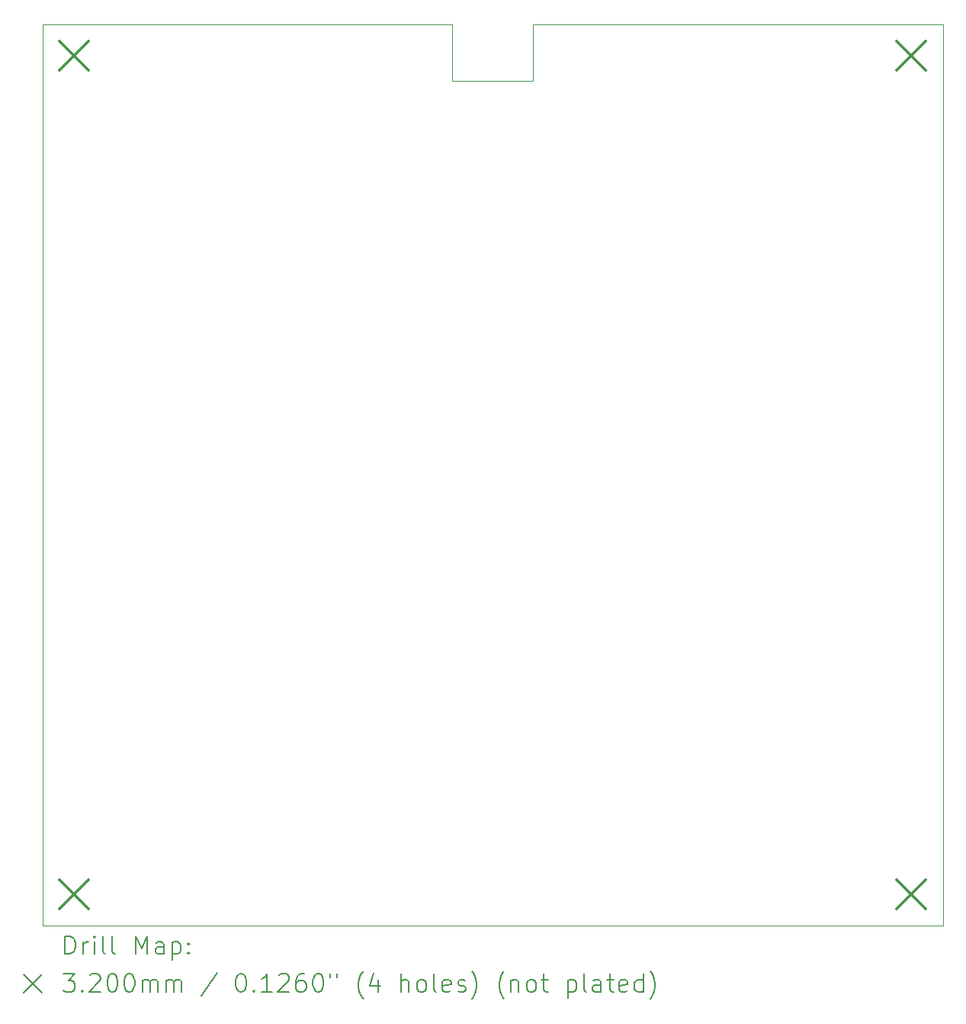
<source format=gbr>
%FSLAX45Y45*%
G04 Gerber Fmt 4.5, Leading zero omitted, Abs format (unit mm)*
G04 Created by KiCad (PCBNEW (6.0.5)) date 2022-06-26 21:28:53*
%MOMM*%
%LPD*%
G01*
G04 APERTURE LIST*
%TA.AperFunction,Profile*%
%ADD10C,0.100000*%
%TD*%
%ADD11C,0.200000*%
%ADD12C,0.320000*%
G04 APERTURE END LIST*
D10*
X24000000Y-3800000D02*
X24000000Y-13800000D01*
X24000000Y-13800000D02*
X14000000Y-13800000D01*
X14000000Y-13800000D02*
X14000000Y-3800000D01*
X19450000Y-3800000D02*
X19450000Y-4430000D01*
X18550000Y-3800000D02*
X14000000Y-3800000D01*
X19450000Y-3800000D02*
X24000000Y-3800000D01*
X19450000Y-4430000D02*
X18550000Y-4430000D01*
X18550000Y-4430000D02*
X18550000Y-3800000D01*
D11*
D12*
X14190000Y-3990000D02*
X14510000Y-4310000D01*
X14510000Y-3990000D02*
X14190000Y-4310000D01*
X14190000Y-13290000D02*
X14510000Y-13610000D01*
X14510000Y-13290000D02*
X14190000Y-13610000D01*
X23490000Y-3990000D02*
X23810000Y-4310000D01*
X23810000Y-3990000D02*
X23490000Y-4310000D01*
X23490000Y-13290000D02*
X23810000Y-13610000D01*
X23810000Y-13290000D02*
X23490000Y-13610000D01*
D11*
X14252619Y-14115476D02*
X14252619Y-13915476D01*
X14300238Y-13915476D01*
X14328809Y-13925000D01*
X14347857Y-13944048D01*
X14357381Y-13963095D01*
X14366905Y-14001190D01*
X14366905Y-14029762D01*
X14357381Y-14067857D01*
X14347857Y-14086905D01*
X14328809Y-14105952D01*
X14300238Y-14115476D01*
X14252619Y-14115476D01*
X14452619Y-14115476D02*
X14452619Y-13982143D01*
X14452619Y-14020238D02*
X14462143Y-14001190D01*
X14471667Y-13991667D01*
X14490714Y-13982143D01*
X14509762Y-13982143D01*
X14576428Y-14115476D02*
X14576428Y-13982143D01*
X14576428Y-13915476D02*
X14566905Y-13925000D01*
X14576428Y-13934524D01*
X14585952Y-13925000D01*
X14576428Y-13915476D01*
X14576428Y-13934524D01*
X14700238Y-14115476D02*
X14681190Y-14105952D01*
X14671667Y-14086905D01*
X14671667Y-13915476D01*
X14805000Y-14115476D02*
X14785952Y-14105952D01*
X14776428Y-14086905D01*
X14776428Y-13915476D01*
X15033571Y-14115476D02*
X15033571Y-13915476D01*
X15100238Y-14058333D01*
X15166905Y-13915476D01*
X15166905Y-14115476D01*
X15347857Y-14115476D02*
X15347857Y-14010714D01*
X15338333Y-13991667D01*
X15319286Y-13982143D01*
X15281190Y-13982143D01*
X15262143Y-13991667D01*
X15347857Y-14105952D02*
X15328809Y-14115476D01*
X15281190Y-14115476D01*
X15262143Y-14105952D01*
X15252619Y-14086905D01*
X15252619Y-14067857D01*
X15262143Y-14048809D01*
X15281190Y-14039286D01*
X15328809Y-14039286D01*
X15347857Y-14029762D01*
X15443095Y-13982143D02*
X15443095Y-14182143D01*
X15443095Y-13991667D02*
X15462143Y-13982143D01*
X15500238Y-13982143D01*
X15519286Y-13991667D01*
X15528809Y-14001190D01*
X15538333Y-14020238D01*
X15538333Y-14077381D01*
X15528809Y-14096428D01*
X15519286Y-14105952D01*
X15500238Y-14115476D01*
X15462143Y-14115476D01*
X15443095Y-14105952D01*
X15624048Y-14096428D02*
X15633571Y-14105952D01*
X15624048Y-14115476D01*
X15614524Y-14105952D01*
X15624048Y-14096428D01*
X15624048Y-14115476D01*
X15624048Y-13991667D02*
X15633571Y-14001190D01*
X15624048Y-14010714D01*
X15614524Y-14001190D01*
X15624048Y-13991667D01*
X15624048Y-14010714D01*
X13795000Y-14345000D02*
X13995000Y-14545000D01*
X13995000Y-14345000D02*
X13795000Y-14545000D01*
X14233571Y-14335476D02*
X14357381Y-14335476D01*
X14290714Y-14411667D01*
X14319286Y-14411667D01*
X14338333Y-14421190D01*
X14347857Y-14430714D01*
X14357381Y-14449762D01*
X14357381Y-14497381D01*
X14347857Y-14516428D01*
X14338333Y-14525952D01*
X14319286Y-14535476D01*
X14262143Y-14535476D01*
X14243095Y-14525952D01*
X14233571Y-14516428D01*
X14443095Y-14516428D02*
X14452619Y-14525952D01*
X14443095Y-14535476D01*
X14433571Y-14525952D01*
X14443095Y-14516428D01*
X14443095Y-14535476D01*
X14528809Y-14354524D02*
X14538333Y-14345000D01*
X14557381Y-14335476D01*
X14605000Y-14335476D01*
X14624048Y-14345000D01*
X14633571Y-14354524D01*
X14643095Y-14373571D01*
X14643095Y-14392619D01*
X14633571Y-14421190D01*
X14519286Y-14535476D01*
X14643095Y-14535476D01*
X14766905Y-14335476D02*
X14785952Y-14335476D01*
X14805000Y-14345000D01*
X14814524Y-14354524D01*
X14824048Y-14373571D01*
X14833571Y-14411667D01*
X14833571Y-14459286D01*
X14824048Y-14497381D01*
X14814524Y-14516428D01*
X14805000Y-14525952D01*
X14785952Y-14535476D01*
X14766905Y-14535476D01*
X14747857Y-14525952D01*
X14738333Y-14516428D01*
X14728809Y-14497381D01*
X14719286Y-14459286D01*
X14719286Y-14411667D01*
X14728809Y-14373571D01*
X14738333Y-14354524D01*
X14747857Y-14345000D01*
X14766905Y-14335476D01*
X14957381Y-14335476D02*
X14976428Y-14335476D01*
X14995476Y-14345000D01*
X15005000Y-14354524D01*
X15014524Y-14373571D01*
X15024048Y-14411667D01*
X15024048Y-14459286D01*
X15014524Y-14497381D01*
X15005000Y-14516428D01*
X14995476Y-14525952D01*
X14976428Y-14535476D01*
X14957381Y-14535476D01*
X14938333Y-14525952D01*
X14928809Y-14516428D01*
X14919286Y-14497381D01*
X14909762Y-14459286D01*
X14909762Y-14411667D01*
X14919286Y-14373571D01*
X14928809Y-14354524D01*
X14938333Y-14345000D01*
X14957381Y-14335476D01*
X15109762Y-14535476D02*
X15109762Y-14402143D01*
X15109762Y-14421190D02*
X15119286Y-14411667D01*
X15138333Y-14402143D01*
X15166905Y-14402143D01*
X15185952Y-14411667D01*
X15195476Y-14430714D01*
X15195476Y-14535476D01*
X15195476Y-14430714D02*
X15205000Y-14411667D01*
X15224048Y-14402143D01*
X15252619Y-14402143D01*
X15271667Y-14411667D01*
X15281190Y-14430714D01*
X15281190Y-14535476D01*
X15376428Y-14535476D02*
X15376428Y-14402143D01*
X15376428Y-14421190D02*
X15385952Y-14411667D01*
X15405000Y-14402143D01*
X15433571Y-14402143D01*
X15452619Y-14411667D01*
X15462143Y-14430714D01*
X15462143Y-14535476D01*
X15462143Y-14430714D02*
X15471667Y-14411667D01*
X15490714Y-14402143D01*
X15519286Y-14402143D01*
X15538333Y-14411667D01*
X15547857Y-14430714D01*
X15547857Y-14535476D01*
X15938333Y-14325952D02*
X15766905Y-14583095D01*
X16195476Y-14335476D02*
X16214524Y-14335476D01*
X16233571Y-14345000D01*
X16243095Y-14354524D01*
X16252619Y-14373571D01*
X16262143Y-14411667D01*
X16262143Y-14459286D01*
X16252619Y-14497381D01*
X16243095Y-14516428D01*
X16233571Y-14525952D01*
X16214524Y-14535476D01*
X16195476Y-14535476D01*
X16176428Y-14525952D01*
X16166905Y-14516428D01*
X16157381Y-14497381D01*
X16147857Y-14459286D01*
X16147857Y-14411667D01*
X16157381Y-14373571D01*
X16166905Y-14354524D01*
X16176428Y-14345000D01*
X16195476Y-14335476D01*
X16347857Y-14516428D02*
X16357381Y-14525952D01*
X16347857Y-14535476D01*
X16338333Y-14525952D01*
X16347857Y-14516428D01*
X16347857Y-14535476D01*
X16547857Y-14535476D02*
X16433571Y-14535476D01*
X16490714Y-14535476D02*
X16490714Y-14335476D01*
X16471667Y-14364048D01*
X16452619Y-14383095D01*
X16433571Y-14392619D01*
X16624048Y-14354524D02*
X16633571Y-14345000D01*
X16652619Y-14335476D01*
X16700238Y-14335476D01*
X16719286Y-14345000D01*
X16728809Y-14354524D01*
X16738333Y-14373571D01*
X16738333Y-14392619D01*
X16728809Y-14421190D01*
X16614524Y-14535476D01*
X16738333Y-14535476D01*
X16909762Y-14335476D02*
X16871667Y-14335476D01*
X16852619Y-14345000D01*
X16843095Y-14354524D01*
X16824048Y-14383095D01*
X16814524Y-14421190D01*
X16814524Y-14497381D01*
X16824048Y-14516428D01*
X16833571Y-14525952D01*
X16852619Y-14535476D01*
X16890714Y-14535476D01*
X16909762Y-14525952D01*
X16919286Y-14516428D01*
X16928810Y-14497381D01*
X16928810Y-14449762D01*
X16919286Y-14430714D01*
X16909762Y-14421190D01*
X16890714Y-14411667D01*
X16852619Y-14411667D01*
X16833571Y-14421190D01*
X16824048Y-14430714D01*
X16814524Y-14449762D01*
X17052619Y-14335476D02*
X17071667Y-14335476D01*
X17090714Y-14345000D01*
X17100238Y-14354524D01*
X17109762Y-14373571D01*
X17119286Y-14411667D01*
X17119286Y-14459286D01*
X17109762Y-14497381D01*
X17100238Y-14516428D01*
X17090714Y-14525952D01*
X17071667Y-14535476D01*
X17052619Y-14535476D01*
X17033571Y-14525952D01*
X17024048Y-14516428D01*
X17014524Y-14497381D01*
X17005000Y-14459286D01*
X17005000Y-14411667D01*
X17014524Y-14373571D01*
X17024048Y-14354524D01*
X17033571Y-14345000D01*
X17052619Y-14335476D01*
X17195476Y-14335476D02*
X17195476Y-14373571D01*
X17271667Y-14335476D02*
X17271667Y-14373571D01*
X17566905Y-14611667D02*
X17557381Y-14602143D01*
X17538333Y-14573571D01*
X17528810Y-14554524D01*
X17519286Y-14525952D01*
X17509762Y-14478333D01*
X17509762Y-14440238D01*
X17519286Y-14392619D01*
X17528810Y-14364048D01*
X17538333Y-14345000D01*
X17557381Y-14316428D01*
X17566905Y-14306905D01*
X17728810Y-14402143D02*
X17728810Y-14535476D01*
X17681190Y-14325952D02*
X17633571Y-14468809D01*
X17757381Y-14468809D01*
X17985952Y-14535476D02*
X17985952Y-14335476D01*
X18071667Y-14535476D02*
X18071667Y-14430714D01*
X18062143Y-14411667D01*
X18043095Y-14402143D01*
X18014524Y-14402143D01*
X17995476Y-14411667D01*
X17985952Y-14421190D01*
X18195476Y-14535476D02*
X18176429Y-14525952D01*
X18166905Y-14516428D01*
X18157381Y-14497381D01*
X18157381Y-14440238D01*
X18166905Y-14421190D01*
X18176429Y-14411667D01*
X18195476Y-14402143D01*
X18224048Y-14402143D01*
X18243095Y-14411667D01*
X18252619Y-14421190D01*
X18262143Y-14440238D01*
X18262143Y-14497381D01*
X18252619Y-14516428D01*
X18243095Y-14525952D01*
X18224048Y-14535476D01*
X18195476Y-14535476D01*
X18376429Y-14535476D02*
X18357381Y-14525952D01*
X18347857Y-14506905D01*
X18347857Y-14335476D01*
X18528810Y-14525952D02*
X18509762Y-14535476D01*
X18471667Y-14535476D01*
X18452619Y-14525952D01*
X18443095Y-14506905D01*
X18443095Y-14430714D01*
X18452619Y-14411667D01*
X18471667Y-14402143D01*
X18509762Y-14402143D01*
X18528810Y-14411667D01*
X18538333Y-14430714D01*
X18538333Y-14449762D01*
X18443095Y-14468809D01*
X18614524Y-14525952D02*
X18633571Y-14535476D01*
X18671667Y-14535476D01*
X18690714Y-14525952D01*
X18700238Y-14506905D01*
X18700238Y-14497381D01*
X18690714Y-14478333D01*
X18671667Y-14468809D01*
X18643095Y-14468809D01*
X18624048Y-14459286D01*
X18614524Y-14440238D01*
X18614524Y-14430714D01*
X18624048Y-14411667D01*
X18643095Y-14402143D01*
X18671667Y-14402143D01*
X18690714Y-14411667D01*
X18766905Y-14611667D02*
X18776429Y-14602143D01*
X18795476Y-14573571D01*
X18805000Y-14554524D01*
X18814524Y-14525952D01*
X18824048Y-14478333D01*
X18824048Y-14440238D01*
X18814524Y-14392619D01*
X18805000Y-14364048D01*
X18795476Y-14345000D01*
X18776429Y-14316428D01*
X18766905Y-14306905D01*
X19128810Y-14611667D02*
X19119286Y-14602143D01*
X19100238Y-14573571D01*
X19090714Y-14554524D01*
X19081190Y-14525952D01*
X19071667Y-14478333D01*
X19071667Y-14440238D01*
X19081190Y-14392619D01*
X19090714Y-14364048D01*
X19100238Y-14345000D01*
X19119286Y-14316428D01*
X19128810Y-14306905D01*
X19205000Y-14402143D02*
X19205000Y-14535476D01*
X19205000Y-14421190D02*
X19214524Y-14411667D01*
X19233571Y-14402143D01*
X19262143Y-14402143D01*
X19281190Y-14411667D01*
X19290714Y-14430714D01*
X19290714Y-14535476D01*
X19414524Y-14535476D02*
X19395476Y-14525952D01*
X19385952Y-14516428D01*
X19376429Y-14497381D01*
X19376429Y-14440238D01*
X19385952Y-14421190D01*
X19395476Y-14411667D01*
X19414524Y-14402143D01*
X19443095Y-14402143D01*
X19462143Y-14411667D01*
X19471667Y-14421190D01*
X19481190Y-14440238D01*
X19481190Y-14497381D01*
X19471667Y-14516428D01*
X19462143Y-14525952D01*
X19443095Y-14535476D01*
X19414524Y-14535476D01*
X19538333Y-14402143D02*
X19614524Y-14402143D01*
X19566905Y-14335476D02*
X19566905Y-14506905D01*
X19576429Y-14525952D01*
X19595476Y-14535476D01*
X19614524Y-14535476D01*
X19833571Y-14402143D02*
X19833571Y-14602143D01*
X19833571Y-14411667D02*
X19852619Y-14402143D01*
X19890714Y-14402143D01*
X19909762Y-14411667D01*
X19919286Y-14421190D01*
X19928810Y-14440238D01*
X19928810Y-14497381D01*
X19919286Y-14516428D01*
X19909762Y-14525952D01*
X19890714Y-14535476D01*
X19852619Y-14535476D01*
X19833571Y-14525952D01*
X20043095Y-14535476D02*
X20024048Y-14525952D01*
X20014524Y-14506905D01*
X20014524Y-14335476D01*
X20205000Y-14535476D02*
X20205000Y-14430714D01*
X20195476Y-14411667D01*
X20176429Y-14402143D01*
X20138333Y-14402143D01*
X20119286Y-14411667D01*
X20205000Y-14525952D02*
X20185952Y-14535476D01*
X20138333Y-14535476D01*
X20119286Y-14525952D01*
X20109762Y-14506905D01*
X20109762Y-14487857D01*
X20119286Y-14468809D01*
X20138333Y-14459286D01*
X20185952Y-14459286D01*
X20205000Y-14449762D01*
X20271667Y-14402143D02*
X20347857Y-14402143D01*
X20300238Y-14335476D02*
X20300238Y-14506905D01*
X20309762Y-14525952D01*
X20328810Y-14535476D01*
X20347857Y-14535476D01*
X20490714Y-14525952D02*
X20471667Y-14535476D01*
X20433571Y-14535476D01*
X20414524Y-14525952D01*
X20405000Y-14506905D01*
X20405000Y-14430714D01*
X20414524Y-14411667D01*
X20433571Y-14402143D01*
X20471667Y-14402143D01*
X20490714Y-14411667D01*
X20500238Y-14430714D01*
X20500238Y-14449762D01*
X20405000Y-14468809D01*
X20671667Y-14535476D02*
X20671667Y-14335476D01*
X20671667Y-14525952D02*
X20652619Y-14535476D01*
X20614524Y-14535476D01*
X20595476Y-14525952D01*
X20585952Y-14516428D01*
X20576429Y-14497381D01*
X20576429Y-14440238D01*
X20585952Y-14421190D01*
X20595476Y-14411667D01*
X20614524Y-14402143D01*
X20652619Y-14402143D01*
X20671667Y-14411667D01*
X20747857Y-14611667D02*
X20757381Y-14602143D01*
X20776429Y-14573571D01*
X20785952Y-14554524D01*
X20795476Y-14525952D01*
X20805000Y-14478333D01*
X20805000Y-14440238D01*
X20795476Y-14392619D01*
X20785952Y-14364048D01*
X20776429Y-14345000D01*
X20757381Y-14316428D01*
X20747857Y-14306905D01*
M02*

</source>
